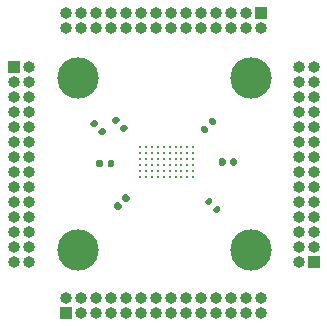
<source format=gbr>
G04 #@! TF.GenerationSoftware,KiCad,Pcbnew,(5.1.10-1-10_14)*
G04 #@! TF.CreationDate,2021-10-28T11:22:58-07:00*
G04 #@! TF.ProjectId,Caravel_breakout,43617261-7665-46c5-9f62-7265616b6f75,rev?*
G04 #@! TF.SameCoordinates,Original*
G04 #@! TF.FileFunction,Soldermask,Top*
G04 #@! TF.FilePolarity,Negative*
%FSLAX46Y46*%
G04 Gerber Fmt 4.6, Leading zero omitted, Abs format (unit mm)*
G04 Created by KiCad (PCBNEW (5.1.10-1-10_14)) date 2021-10-28 11:22:58*
%MOMM*%
%LPD*%
G01*
G04 APERTURE LIST*
%ADD10O,1.000000X1.000000*%
%ADD11R,1.000000X1.000000*%
%ADD12C,0.190000*%
%ADD13C,3.500000*%
G04 APERTURE END LIST*
G36*
G01*
X139168960Y-90280624D02*
X139409376Y-90521040D01*
G75*
G02*
X139409376Y-90719030I-98995J-98995D01*
G01*
X139211386Y-90917020D01*
G75*
G02*
X139013396Y-90917020I-98995J98995D01*
G01*
X138772980Y-90676604D01*
G75*
G02*
X138772980Y-90478614I98995J98995D01*
G01*
X138970970Y-90280624D01*
G75*
G02*
X139168960Y-90280624I98995J-98995D01*
G01*
G37*
G36*
G01*
X139847782Y-89601802D02*
X140088198Y-89842218D01*
G75*
G02*
X140088198Y-90040208I-98995J-98995D01*
G01*
X139890208Y-90238198D01*
G75*
G02*
X139692218Y-90238198I-98995J98995D01*
G01*
X139451802Y-89997782D01*
G75*
G02*
X139451802Y-89799792I98995J98995D01*
G01*
X139649792Y-89601802D01*
G75*
G02*
X139847782Y-89601802I98995J-98995D01*
G01*
G37*
G36*
G01*
X130091213Y-90721629D02*
X130331629Y-90481213D01*
G75*
G02*
X130529619Y-90481213I98995J-98995D01*
G01*
X130727609Y-90679203D01*
G75*
G02*
X130727609Y-90877193I-98995J-98995D01*
G01*
X130487193Y-91117609D01*
G75*
G02*
X130289203Y-91117609I-98995J98995D01*
G01*
X130091213Y-90919619D01*
G75*
G02*
X130091213Y-90721629I98995J98995D01*
G01*
G37*
G36*
G01*
X129412391Y-90042807D02*
X129652807Y-89802391D01*
G75*
G02*
X129850797Y-89802391I98995J-98995D01*
G01*
X130048787Y-90000381D01*
G75*
G02*
X130048787Y-90198371I-98995J-98995D01*
G01*
X129808371Y-90438787D01*
G75*
G02*
X129610381Y-90438787I-98995J98995D01*
G01*
X129412391Y-90240797D01*
G75*
G02*
X129412391Y-90042807I98995J98995D01*
G01*
G37*
G36*
G01*
X131941213Y-90441629D02*
X132181629Y-90201213D01*
G75*
G02*
X132379619Y-90201213I98995J-98995D01*
G01*
X132577609Y-90399203D01*
G75*
G02*
X132577609Y-90597193I-98995J-98995D01*
G01*
X132337193Y-90837609D01*
G75*
G02*
X132139203Y-90837609I-98995J98995D01*
G01*
X131941213Y-90639619D01*
G75*
G02*
X131941213Y-90441629I98995J98995D01*
G01*
G37*
G36*
G01*
X131262391Y-89762807D02*
X131502807Y-89522391D01*
G75*
G02*
X131700797Y-89522391I98995J-98995D01*
G01*
X131898787Y-89720381D01*
G75*
G02*
X131898787Y-89918371I-98995J-98995D01*
G01*
X131658371Y-90158787D01*
G75*
G02*
X131460381Y-90158787I-98995J98995D01*
G01*
X131262391Y-89960797D01*
G75*
G02*
X131262391Y-89762807I98995J98995D01*
G01*
G37*
G36*
G01*
X140870000Y-93200000D02*
X140870000Y-93540000D01*
G75*
G02*
X140730000Y-93680000I-140000J0D01*
G01*
X140450000Y-93680000D01*
G75*
G02*
X140310000Y-93540000I0J140000D01*
G01*
X140310000Y-93200000D01*
G75*
G02*
X140450000Y-93060000I140000J0D01*
G01*
X140730000Y-93060000D01*
G75*
G02*
X140870000Y-93200000I0J-140000D01*
G01*
G37*
G36*
G01*
X141830000Y-93200000D02*
X141830000Y-93540000D01*
G75*
G02*
X141690000Y-93680000I-140000J0D01*
G01*
X141410000Y-93680000D01*
G75*
G02*
X141270000Y-93540000I0J140000D01*
G01*
X141270000Y-93200000D01*
G75*
G02*
X141410000Y-93060000I140000J0D01*
G01*
X141690000Y-93060000D01*
G75*
G02*
X141830000Y-93200000I0J-140000D01*
G01*
G37*
G36*
G01*
X139801213Y-97301629D02*
X140041629Y-97061213D01*
G75*
G02*
X140239619Y-97061213I98995J-98995D01*
G01*
X140437609Y-97259203D01*
G75*
G02*
X140437609Y-97457193I-98995J-98995D01*
G01*
X140197193Y-97697609D01*
G75*
G02*
X139999203Y-97697609I-98995J98995D01*
G01*
X139801213Y-97499619D01*
G75*
G02*
X139801213Y-97301629I98995J98995D01*
G01*
G37*
G36*
G01*
X139122391Y-96622807D02*
X139362807Y-96382391D01*
G75*
G02*
X139560797Y-96382391I98995J-98995D01*
G01*
X139758787Y-96580381D01*
G75*
G02*
X139758787Y-96778371I-98995J-98995D01*
G01*
X139518371Y-97018787D01*
G75*
G02*
X139320381Y-97018787I-98995J98995D01*
G01*
X139122391Y-96820797D01*
G75*
G02*
X139122391Y-96622807I98995J98995D01*
G01*
G37*
G36*
G01*
X130483000Y-93332480D02*
X130483000Y-93672480D01*
G75*
G02*
X130343000Y-93812480I-140000J0D01*
G01*
X130063000Y-93812480D01*
G75*
G02*
X129923000Y-93672480I0J140000D01*
G01*
X129923000Y-93332480D01*
G75*
G02*
X130063000Y-93192480I140000J0D01*
G01*
X130343000Y-93192480D01*
G75*
G02*
X130483000Y-93332480I0J-140000D01*
G01*
G37*
G36*
G01*
X131443000Y-93332480D02*
X131443000Y-93672480D01*
G75*
G02*
X131303000Y-93812480I-140000J0D01*
G01*
X131023000Y-93812480D01*
G75*
G02*
X130883000Y-93672480I0J140000D01*
G01*
X130883000Y-93332480D01*
G75*
G02*
X131023000Y-93192480I140000J0D01*
G01*
X131303000Y-93192480D01*
G75*
G02*
X131443000Y-93332480I0J-140000D01*
G01*
G37*
G36*
G01*
X132351629Y-96728787D02*
X132111213Y-96488371D01*
G75*
G02*
X132111213Y-96290381I98995J98995D01*
G01*
X132309203Y-96092391D01*
G75*
G02*
X132507193Y-96092391I98995J-98995D01*
G01*
X132747609Y-96332807D01*
G75*
G02*
X132747609Y-96530797I-98995J-98995D01*
G01*
X132549619Y-96728787D01*
G75*
G02*
X132351629Y-96728787I-98995J98995D01*
G01*
G37*
G36*
G01*
X131672807Y-97407609D02*
X131432391Y-97167193D01*
G75*
G02*
X131432391Y-96969203I98995J98995D01*
G01*
X131630381Y-96771213D01*
G75*
G02*
X131828371Y-96771213I98995J-98995D01*
G01*
X132068787Y-97011629D01*
G75*
G02*
X132068787Y-97209619I-98995J-98995D01*
G01*
X131870797Y-97407609D01*
G75*
G02*
X131672807Y-97407609I-98995J98995D01*
G01*
G37*
D10*
X124206000Y-101854000D03*
X122936000Y-101854000D03*
X124206000Y-100584000D03*
X122936000Y-100584000D03*
X124206000Y-99314000D03*
X122936000Y-99314000D03*
X124206000Y-98044000D03*
X122936000Y-98044000D03*
X124206000Y-96774000D03*
X122936000Y-96774000D03*
X124206000Y-95504000D03*
X122936000Y-95504000D03*
X124206000Y-94234000D03*
X122936000Y-94234000D03*
X124206000Y-92964000D03*
X122936000Y-92964000D03*
X124206000Y-91694000D03*
X122936000Y-91694000D03*
X124206000Y-90424000D03*
X122936000Y-90424000D03*
X124206000Y-89154000D03*
X122936000Y-89154000D03*
X124206000Y-87884000D03*
X122936000Y-87884000D03*
X124206000Y-86614000D03*
X122936000Y-86614000D03*
X124206000Y-85344000D03*
D11*
X122936000Y-85344000D03*
D12*
X138140000Y-94595000D03*
X138140000Y-94095000D03*
X138140000Y-93595000D03*
X138140000Y-93095000D03*
X138140000Y-92595000D03*
X138140000Y-92095000D03*
X137640000Y-94595000D03*
X137640000Y-94095000D03*
X137640000Y-93595000D03*
X137640000Y-93095000D03*
X137640000Y-92595000D03*
X137640000Y-92095000D03*
X137140000Y-94595000D03*
X137140000Y-94095000D03*
X137140000Y-93595000D03*
X137140000Y-93095000D03*
X137140000Y-92595000D03*
X137140000Y-92095000D03*
X136640000Y-94595000D03*
X136640000Y-94095000D03*
X136640000Y-93595000D03*
X136640000Y-93095000D03*
X136640000Y-92595000D03*
X136640000Y-92095000D03*
X136140000Y-94595000D03*
X136140000Y-94095000D03*
X136140000Y-93595000D03*
X136140000Y-93095000D03*
X136140000Y-92595000D03*
X136140000Y-92095000D03*
X135640000Y-94595000D03*
X135640000Y-94095000D03*
X135640000Y-93595000D03*
X135640000Y-93095000D03*
X135640000Y-92595000D03*
X135640000Y-92095000D03*
X135140000Y-94595000D03*
X135140000Y-94095000D03*
X135140000Y-93595000D03*
X135140000Y-93095000D03*
X135140000Y-92595000D03*
X135140000Y-92095000D03*
X134640000Y-94595000D03*
X134640000Y-94095000D03*
X134640000Y-93595000D03*
X134640000Y-93095000D03*
X134640000Y-92595000D03*
X134640000Y-92095000D03*
X134140000Y-94595000D03*
X134140000Y-94095000D03*
X134140000Y-93595000D03*
X134140000Y-93095000D03*
X134140000Y-92595000D03*
X134140000Y-92095000D03*
X133640000Y-94595000D03*
X133640000Y-94095000D03*
X133640000Y-93595000D03*
X133640000Y-93095000D03*
X133640000Y-92595000D03*
X133640000Y-92095000D03*
D13*
X128397000Y-86233000D03*
X143002000Y-86233000D03*
X143002000Y-100838000D03*
X128397000Y-100838000D03*
D10*
X147066000Y-85344000D03*
X148336000Y-85344000D03*
X147066000Y-86614000D03*
X148336000Y-86614000D03*
X147066000Y-87884000D03*
X148336000Y-87884000D03*
X147066000Y-89154000D03*
X148336000Y-89154000D03*
X147066000Y-90424000D03*
X148336000Y-90424000D03*
X147066000Y-91694000D03*
X148336000Y-91694000D03*
X147066000Y-92964000D03*
X148336000Y-92964000D03*
X147066000Y-94234000D03*
X148336000Y-94234000D03*
X147066000Y-95504000D03*
X148336000Y-95504000D03*
X147066000Y-96774000D03*
X148336000Y-96774000D03*
X147066000Y-98044000D03*
X148336000Y-98044000D03*
X147066000Y-99314000D03*
X148336000Y-99314000D03*
X147066000Y-100584000D03*
X148336000Y-100584000D03*
X147066000Y-101854000D03*
D11*
X148336000Y-101854000D03*
D10*
X143891000Y-104902000D03*
X143891000Y-106172000D03*
X142621000Y-104902000D03*
X142621000Y-106172000D03*
X141351000Y-104902000D03*
X141351000Y-106172000D03*
X140081000Y-104902000D03*
X140081000Y-106172000D03*
X138811000Y-104902000D03*
X138811000Y-106172000D03*
X137541000Y-104902000D03*
X137541000Y-106172000D03*
X136271000Y-104902000D03*
X136271000Y-106172000D03*
X135001000Y-104902000D03*
X135001000Y-106172000D03*
X133731000Y-104902000D03*
X133731000Y-106172000D03*
X132461000Y-104902000D03*
X132461000Y-106172000D03*
X131191000Y-104902000D03*
X131191000Y-106172000D03*
X129921000Y-104902000D03*
X129921000Y-106172000D03*
X128651000Y-104902000D03*
X128651000Y-106172000D03*
X127381000Y-104902000D03*
D11*
X127381000Y-106172000D03*
D10*
X127381000Y-82042000D03*
X127381000Y-80772000D03*
X128651000Y-82042000D03*
X128651000Y-80772000D03*
X129921000Y-82042000D03*
X129921000Y-80772000D03*
X131191000Y-82042000D03*
X131191000Y-80772000D03*
X132461000Y-82042000D03*
X132461000Y-80772000D03*
X133731000Y-82042000D03*
X133731000Y-80772000D03*
X135001000Y-82042000D03*
X135001000Y-80772000D03*
X136271000Y-82042000D03*
X136271000Y-80772000D03*
X137541000Y-82042000D03*
X137541000Y-80772000D03*
X138811000Y-82042000D03*
X138811000Y-80772000D03*
X140081000Y-82042000D03*
X140081000Y-80772000D03*
X141351000Y-82042000D03*
X141351000Y-80772000D03*
X142621000Y-82042000D03*
X142621000Y-80772000D03*
X143891000Y-82042000D03*
D11*
X143891000Y-80772000D03*
M02*

</source>
